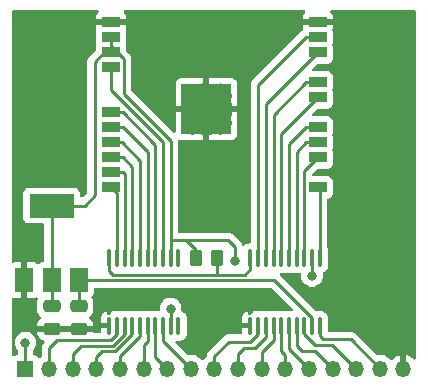
<source format=gbr>
%TF.GenerationSoftware,KiCad,Pcbnew,(6.0.8)*%
%TF.CreationDate,2023-05-25T13:10:06+01:00*%
%TF.ProjectId,BlueRetro_Universal_HW1,426c7565-5265-4747-926f-5f556e697665,rev?*%
%TF.SameCoordinates,Original*%
%TF.FileFunction,Copper,L1,Top*%
%TF.FilePolarity,Positive*%
%FSLAX46Y46*%
G04 Gerber Fmt 4.6, Leading zero omitted, Abs format (unit mm)*
G04 Created by KiCad (PCBNEW (6.0.8)) date 2023-05-25 13:10:06*
%MOMM*%
%LPD*%
G01*
G04 APERTURE LIST*
G04 Aperture macros list*
%AMRoundRect*
0 Rectangle with rounded corners*
0 $1 Rounding radius*
0 $2 $3 $4 $5 $6 $7 $8 $9 X,Y pos of 4 corners*
0 Add a 4 corners polygon primitive as box body*
4,1,4,$2,$3,$4,$5,$6,$7,$8,$9,$2,$3,0*
0 Add four circle primitives for the rounded corners*
1,1,$1+$1,$2,$3*
1,1,$1+$1,$4,$5*
1,1,$1+$1,$6,$7*
1,1,$1+$1,$8,$9*
0 Add four rect primitives between the rounded corners*
20,1,$1+$1,$2,$3,$4,$5,0*
20,1,$1+$1,$4,$5,$6,$7,0*
20,1,$1+$1,$6,$7,$8,$9,0*
20,1,$1+$1,$8,$9,$2,$3,0*%
G04 Aperture macros list end*
%TA.AperFunction,SMDPad,CuDef*%
%ADD10RoundRect,0.100000X-0.100000X0.637500X-0.100000X-0.637500X0.100000X-0.637500X0.100000X0.637500X0*%
%TD*%
%TA.AperFunction,SMDPad,CuDef*%
%ADD11RoundRect,0.250000X-0.262500X-0.450000X0.262500X-0.450000X0.262500X0.450000X-0.262500X0.450000X0*%
%TD*%
%TA.AperFunction,SMDPad,CuDef*%
%ADD12RoundRect,0.250000X-0.475000X0.250000X-0.475000X-0.250000X0.475000X-0.250000X0.475000X0.250000X0*%
%TD*%
%TA.AperFunction,SMDPad,CuDef*%
%ADD13R,1.350000X1.350000*%
%TD*%
%TA.AperFunction,SMDPad,CuDef*%
%ADD14O,1.350000X1.350000*%
%TD*%
%TA.AperFunction,SMDPad,CuDef*%
%ADD15R,1.500000X0.900000*%
%TD*%
%TA.AperFunction,ComponentPad*%
%ADD16C,0.475000*%
%TD*%
%TA.AperFunction,SMDPad,CuDef*%
%ADD17R,1.050000X1.050000*%
%TD*%
%TA.AperFunction,SMDPad,CuDef*%
%ADD18R,4.200000X4.200000*%
%TD*%
%TA.AperFunction,SMDPad,CuDef*%
%ADD19R,1.500000X2.000000*%
%TD*%
%TA.AperFunction,SMDPad,CuDef*%
%ADD20R,3.800000X2.000000*%
%TD*%
%TA.AperFunction,ViaPad*%
%ADD21C,0.800000*%
%TD*%
%TA.AperFunction,Conductor*%
%ADD22C,0.250000*%
%TD*%
G04 APERTURE END LIST*
D10*
%TO.P,U3,1,A1*%
%TO.N,unconnected-(U3-Pad1)*%
X145768600Y-60002500D03*
%TO.P,U3,2,VCCA*%
%TO.N,+3V3*%
X145118600Y-60002500D03*
%TO.P,U3,3,A2*%
%TO.N,IO36*%
X144468600Y-60002500D03*
%TO.P,U3,4,A3*%
%TO.N,IO35*%
X143818600Y-60002500D03*
%TO.P,U3,5,A4*%
%TO.N,IO32*%
X143168600Y-60002500D03*
%TO.P,U3,6,A5*%
%TO.N,IO33*%
X142518600Y-60002500D03*
%TO.P,U3,7,A6*%
%TO.N,IO25*%
X141868600Y-60002500D03*
%TO.P,U3,8,A7*%
%TO.N,IO26*%
X141218600Y-60002500D03*
%TO.P,U3,9,A8*%
%TO.N,IO27*%
X140568600Y-60002500D03*
%TO.P,U3,10,OE*%
%TO.N,OE*%
X139918600Y-60002500D03*
%TO.P,U3,11,GND*%
%TO.N,GND*%
X139918600Y-65727500D03*
%TO.P,U3,12,B8*%
%TO.N,IO27_BUF*%
X140568600Y-65727500D03*
%TO.P,U3,13,B7*%
%TO.N,IO26_BUF*%
X141218600Y-65727500D03*
%TO.P,U3,14,B6*%
%TO.N,IO25_BUF*%
X141868600Y-65727500D03*
%TO.P,U3,15,B5*%
%TO.N,IO33_BUF*%
X142518600Y-65727500D03*
%TO.P,U3,16,B4*%
%TO.N,IO32_BUF*%
X143168600Y-65727500D03*
%TO.P,U3,17,B3*%
%TO.N,IO35_BUF*%
X143818600Y-65727500D03*
%TO.P,U3,18,B2*%
%TO.N,IO36_BUF*%
X144468600Y-65727500D03*
%TO.P,U3,19,VCCB*%
%TO.N,+5V*%
X145118600Y-65727500D03*
%TO.P,U3,20,B1*%
%TO.N,unconnected-(U3-Pad20)*%
X145768600Y-65727500D03*
%TD*%
D11*
%TO.P,R1,1*%
%TO.N,+3V3*%
X147220300Y-59965000D03*
%TO.P,R1,2*%
%TO.N,OE*%
X149045300Y-59965000D03*
%TD*%
D12*
%TO.P,C2,1*%
%TO.N,+3V3*%
X135026400Y-64065000D03*
%TO.P,C2,2*%
%TO.N,GND*%
X135026400Y-65965000D03*
%TD*%
D13*
%TO.P,J1,1,Pin_1*%
%TO.N,+5V*%
X132818600Y-69367400D03*
D14*
%TO.P,J1,2,Pin_2*%
%TO.N,IO27_BUF*%
X134818600Y-69367400D03*
%TO.P,J1,3,Pin_3*%
%TO.N,IO26_BUF*%
X136818600Y-69367400D03*
%TO.P,J1,4,Pin_4*%
%TO.N,IO25_BUF*%
X138818600Y-69367400D03*
%TO.P,J1,5,Pin_5*%
%TO.N,IO33_BUF*%
X140818600Y-69367400D03*
%TO.P,J1,6,Pin_6*%
%TO.N,IO32_BUF*%
X142818600Y-69367400D03*
%TO.P,J1,7,Pin_7*%
%TO.N,IO35_BUF*%
X144818600Y-69367400D03*
%TO.P,J1,8,Pin_8*%
%TO.N,IO36_BUF*%
X146818600Y-69367400D03*
%TO.P,J1,9,Pin_9*%
%TO.N,IO23_BUF*%
X148818600Y-69367400D03*
%TO.P,J1,10,Pin_10*%
%TO.N,IO22_BUF*%
X150818600Y-69367400D03*
%TO.P,J1,11,Pin_11*%
%TO.N,IO3_BUF*%
X152818600Y-69367400D03*
%TO.P,J1,12,Pin_12*%
%TO.N,IO21_BUF*%
X154818600Y-69367400D03*
%TO.P,J1,13,Pin_13*%
%TO.N,IO19_BUF*%
X156818600Y-69367400D03*
%TO.P,J1,14,Pin_14*%
%TO.N,IO18_BUF*%
X158818600Y-69367400D03*
%TO.P,J1,15,Pin_15*%
%TO.N,IO5_BUF*%
X160818600Y-69367400D03*
%TO.P,J1,16,Pin_16*%
%TO.N,IO16_BUF*%
X162818600Y-69367400D03*
%TO.P,J1,17,Pin_17*%
%TO.N,GND*%
X164818600Y-69367400D03*
%TD*%
D15*
%TO.P,U2,1,GND*%
%TO.N,GND*%
X140068600Y-40035400D03*
%TO.P,U2,2,VDD*%
%TO.N,+3V3*%
X140068600Y-41305400D03*
%TO.P,U2,3,EN*%
X140068600Y-42575400D03*
%TO.P,U2,4,SENSOR_VP*%
%TO.N,IO36*%
X140068600Y-43845400D03*
%TO.P,U2,7,IO35*%
%TO.N,IO35*%
X140068600Y-47655400D03*
%TO.P,U2,8,IO32*%
%TO.N,IO32*%
X140068600Y-48925400D03*
%TO.P,U2,9,IO33*%
%TO.N,IO33*%
X140068600Y-50195400D03*
%TO.P,U2,10,IO25*%
%TO.N,IO25*%
X140068600Y-51465400D03*
%TO.P,U2,11,IO26*%
%TO.N,IO26*%
X140068600Y-52735400D03*
%TO.P,U2,12,IO27*%
%TO.N,IO27*%
X140068600Y-54005400D03*
%TO.P,U2,27,IO16*%
%TO.N,IO16*%
X157568600Y-54005400D03*
%TO.P,U2,29,IO5*%
%TO.N,IO5*%
X157568600Y-51465400D03*
%TO.P,U2,30,IO18*%
%TO.N,IO18*%
X157568600Y-50195400D03*
%TO.P,U2,31,IO19*%
%TO.N,IO19*%
X157568600Y-48925400D03*
%TO.P,U2,33,IO21*%
%TO.N,IO21*%
X157568600Y-46385400D03*
%TO.P,U2,34,RXD0/IO3*%
%TO.N,IO3*%
X157568600Y-45115400D03*
%TO.P,U2,36,IO22*%
%TO.N,IO22*%
X157568600Y-42575400D03*
%TO.P,U2,37,IO23*%
%TO.N,IO23*%
X157568600Y-41305400D03*
%TO.P,U2,38,GND*%
%TO.N,GND*%
X157568600Y-40035400D03*
D16*
%TO.P,U2,39,GND*%
X148901100Y-47375400D03*
X148138600Y-46612900D03*
X148138600Y-48137900D03*
D17*
X149663600Y-48900400D03*
D16*
X149663600Y-46612900D03*
D17*
X146613600Y-48900400D03*
D16*
X148901100Y-48900400D03*
X147376100Y-47375400D03*
X147376100Y-48900400D03*
D17*
X146613600Y-45850400D03*
X146613600Y-47375400D03*
X149663600Y-47375400D03*
D18*
X148138600Y-47375400D03*
D17*
X148138600Y-47375400D03*
X149663600Y-45850400D03*
D16*
X148901100Y-45850400D03*
D17*
X148138600Y-45850400D03*
D16*
X146613600Y-48137900D03*
X147376100Y-45850400D03*
D17*
X148138600Y-48900400D03*
D16*
X149663600Y-48137900D03*
X146613600Y-46612900D03*
%TD*%
D10*
%TO.P,U4,1,A1*%
%TO.N,IO16*%
X157718600Y-60002500D03*
%TO.P,U4,2,VCCA*%
%TO.N,+3V3*%
X157068600Y-60002500D03*
%TO.P,U4,3,A2*%
%TO.N,IO5*%
X156418600Y-60002500D03*
%TO.P,U4,4,A3*%
%TO.N,IO18*%
X155768600Y-60002500D03*
%TO.P,U4,5,A4*%
%TO.N,IO19*%
X155118600Y-60002500D03*
%TO.P,U4,6,A5*%
%TO.N,IO21*%
X154468600Y-60002500D03*
%TO.P,U4,7,A6*%
%TO.N,IO3*%
X153818600Y-60002500D03*
%TO.P,U4,8,A7*%
%TO.N,IO22*%
X153168600Y-60002500D03*
%TO.P,U4,9,A8*%
%TO.N,IO23*%
X152518600Y-60002500D03*
%TO.P,U4,10,OE*%
%TO.N,OE*%
X151868600Y-60002500D03*
%TO.P,U4,11,GND*%
%TO.N,GND*%
X151868600Y-65727500D03*
%TO.P,U4,12,B8*%
%TO.N,IO23_BUF*%
X152518600Y-65727500D03*
%TO.P,U4,13,B7*%
%TO.N,IO22_BUF*%
X153168600Y-65727500D03*
%TO.P,U4,14,B6*%
%TO.N,IO3_BUF*%
X153818600Y-65727500D03*
%TO.P,U4,15,B5*%
%TO.N,IO21_BUF*%
X154468600Y-65727500D03*
%TO.P,U4,16,B4*%
%TO.N,IO19_BUF*%
X155118600Y-65727500D03*
%TO.P,U4,17,B3*%
%TO.N,IO18_BUF*%
X155768600Y-65727500D03*
%TO.P,U4,18,B2*%
%TO.N,IO5_BUF*%
X156418600Y-65727500D03*
%TO.P,U4,19,VCCB*%
%TO.N,+5V*%
X157068600Y-65727500D03*
%TO.P,U4,20,B1*%
%TO.N,IO16_BUF*%
X157718600Y-65727500D03*
%TD*%
D12*
%TO.P,C1,1*%
%TO.N,+5V*%
X137326400Y-64065000D03*
%TO.P,C1,2*%
%TO.N,GND*%
X137326400Y-65965000D03*
%TD*%
D19*
%TO.P,U1,1,GND*%
%TO.N,GND*%
X132726400Y-61849400D03*
D20*
%TO.P,U1,2,VO*%
%TO.N,+3V3*%
X135026400Y-55549400D03*
D19*
X135026400Y-61849400D03*
%TO.P,U1,3,VI*%
%TO.N,+5V*%
X137326400Y-61849400D03*
%TD*%
D21*
%TO.N,+5V*%
X137326400Y-61849400D03*
X145110200Y-64262000D03*
X132816600Y-67157600D03*
%TO.N,+3V3*%
X150545800Y-60223400D03*
X157073600Y-61518800D03*
%TD*%
D22*
%TO.N,+5V*%
X153879041Y-61849400D02*
X137326400Y-61849400D01*
X132816600Y-67157600D02*
X132818600Y-67159600D01*
X145118600Y-65727500D02*
X145118600Y-64270400D01*
X157068600Y-65038959D02*
X153879041Y-61849400D01*
X132818600Y-67159600D02*
X132818600Y-69367400D01*
X157068600Y-65727500D02*
X157068600Y-65038959D01*
X137326400Y-61849400D02*
X137326400Y-64065000D01*
X145118600Y-64270400D02*
X145110200Y-64262000D01*
%TO.N,+3V3*%
X147220300Y-59965000D02*
X147220300Y-59279200D01*
X146428900Y-58487800D02*
X150004000Y-58487800D01*
X140068600Y-41947800D02*
X140068600Y-42575400D01*
X140068600Y-41305400D02*
X140068600Y-41947800D01*
X145118600Y-50071800D02*
X141143600Y-46096800D01*
X157073600Y-60007500D02*
X157068600Y-60002500D01*
X145118600Y-60002500D02*
X145118600Y-58487800D01*
X150004000Y-58487800D02*
X150545800Y-59029600D01*
X145118600Y-58487800D02*
X145118600Y-50071800D01*
X145118600Y-58487800D02*
X146428900Y-58487800D01*
X135026400Y-61849400D02*
X135026400Y-64065000D01*
X157073600Y-61518800D02*
X157073600Y-60007500D01*
X141143600Y-43150400D02*
X140068600Y-42075400D01*
X150545800Y-59029600D02*
X150545800Y-60223400D01*
X135026400Y-55549400D02*
X135026400Y-61849400D01*
X139488600Y-42575400D02*
X138684000Y-43380000D01*
X140068600Y-42575400D02*
X139488600Y-42575400D01*
X141143600Y-46096800D02*
X141143600Y-43150400D01*
X137820800Y-55549400D02*
X135026400Y-55549400D01*
X147220300Y-59279200D02*
X146428900Y-58487800D01*
X138684000Y-43380000D02*
X138684000Y-54686200D01*
X138684000Y-54686200D02*
X137820800Y-55549400D01*
%TO.N,IO36*%
X144468600Y-50133000D02*
X140068600Y-45733000D01*
X144468600Y-60002500D02*
X144468600Y-50133000D01*
X140068600Y-45733000D02*
X140068600Y-43845400D01*
%TO.N,IO35*%
X143818600Y-50397400D02*
X141076600Y-47655400D01*
X141076600Y-47655400D02*
X140068600Y-47655400D01*
X143818600Y-60002500D02*
X143818600Y-50397400D01*
%TO.N,IO32*%
X143168600Y-51042800D02*
X141046200Y-48920400D01*
X140073600Y-48920400D02*
X140068600Y-48925400D01*
X141046200Y-48920400D02*
X140073600Y-48920400D01*
X143168600Y-60002500D02*
X143168600Y-51042800D01*
%TO.N,IO33*%
X140975000Y-50195400D02*
X142518600Y-51739000D01*
X142518600Y-51739000D02*
X142518600Y-60002500D01*
X140068600Y-50195400D02*
X140975000Y-50195400D01*
%TO.N,IO25*%
X140068600Y-51465400D02*
X141068600Y-51465400D01*
X141068600Y-51465400D02*
X141868600Y-52265400D01*
X141868600Y-52265400D02*
X141868600Y-60002500D01*
%TO.N,IO26*%
X140068600Y-52735400D02*
X141068600Y-52735400D01*
X141068600Y-52735400D02*
X141218600Y-52885400D01*
X141218600Y-52885400D02*
X141218600Y-60002500D01*
%TO.N,IO27*%
X140568600Y-54505400D02*
X140568600Y-60002500D01*
X140068600Y-54005400D02*
X140568600Y-54505400D01*
%TO.N,IO16*%
X157718600Y-54155400D02*
X157718600Y-60002500D01*
X157568600Y-54005400D02*
X157718600Y-54155400D01*
%TO.N,IO5*%
X156418600Y-52615400D02*
X156418600Y-60002500D01*
X156418600Y-52615400D02*
X157568600Y-51465400D01*
%TO.N,IO18*%
X155768600Y-50995400D02*
X155768600Y-60002500D01*
X157568600Y-50195400D02*
X156568600Y-50195400D01*
X156568600Y-50195400D02*
X155768600Y-50995400D01*
%TO.N,IO19*%
X156568600Y-48925400D02*
X155118600Y-50375400D01*
X155118600Y-50375400D02*
X155118600Y-60002500D01*
X157568600Y-48925400D02*
X156568600Y-48925400D01*
%TO.N,IO21*%
X154468600Y-49485400D02*
X157568600Y-46385400D01*
X154468600Y-49485400D02*
X154468600Y-60002500D01*
%TO.N,IO3*%
X157568600Y-45115400D02*
X156568600Y-45115400D01*
X153818600Y-47865400D02*
X153818600Y-60002500D01*
X156568600Y-45115400D02*
X153818600Y-47865400D01*
%TO.N,IO22*%
X153168600Y-60002500D02*
X153168600Y-46975400D01*
X153168600Y-46975400D02*
X157568600Y-42575400D01*
%TO.N,IO23*%
X156568600Y-41305400D02*
X152518600Y-45355400D01*
X157568600Y-41305400D02*
X156568600Y-41305400D01*
X152518600Y-45355400D02*
X152518600Y-60002500D01*
%TO.N,OE*%
X149731100Y-61389900D02*
X149733000Y-61391800D01*
X139918600Y-60691041D02*
X139928600Y-60701041D01*
X139928600Y-61112400D02*
X140208000Y-61391800D01*
X151868600Y-60958000D02*
X151868600Y-60002500D01*
X149045300Y-59965000D02*
X149045300Y-61368300D01*
X139928600Y-60701041D02*
X139928600Y-61112400D01*
X151434800Y-61391800D02*
X151868600Y-60958000D01*
X140208000Y-61391800D02*
X149021800Y-61391800D01*
X149045300Y-61368300D02*
X149021800Y-61391800D01*
X139918600Y-60002500D02*
X139918600Y-60691041D01*
X149733000Y-61391800D02*
X151434800Y-61391800D01*
X149021800Y-61391800D02*
X149733000Y-61391800D01*
%TO.N,IO36_BUF*%
X144468600Y-65727500D02*
X144468600Y-67017400D01*
X144468600Y-67017400D02*
X146818600Y-69367400D01*
%TO.N,IO35_BUF*%
X143818600Y-65727500D02*
X143818600Y-67839600D01*
X143814800Y-67843400D02*
X143814800Y-68363600D01*
X143818600Y-67839600D02*
X143814800Y-67843400D01*
X143814800Y-65731300D02*
X143818600Y-65727500D01*
X143814800Y-68363600D02*
X144818600Y-69367400D01*
%TO.N,IO32_BUF*%
X142818600Y-67366400D02*
X142818600Y-69367400D01*
X143168600Y-67016400D02*
X142818600Y-67366400D01*
X143168600Y-65727500D02*
X143168600Y-67016400D01*
%TO.N,IO33_BUF*%
X142518600Y-65727500D02*
X142518600Y-66548800D01*
X142519400Y-65728300D02*
X142518600Y-65727500D01*
X140818600Y-68248800D02*
X140818600Y-69367400D01*
X142518600Y-66548800D02*
X140818600Y-68248800D01*
%TO.N,IO25_BUF*%
X138818600Y-68343800D02*
X138818600Y-69367400D01*
X139268200Y-67894200D02*
X138818600Y-68343800D01*
X141868600Y-65727500D02*
X141868600Y-66416041D01*
X141868600Y-66416041D02*
X140390441Y-67894200D01*
X140390441Y-67894200D02*
X139268200Y-67894200D01*
%TO.N,IO26_BUF*%
X136818600Y-68126800D02*
X136818600Y-69367400D01*
X137541000Y-67404400D02*
X136818600Y-68126800D01*
X140230241Y-67404400D02*
X137541000Y-67404400D01*
X141218600Y-66416041D02*
X140230241Y-67404400D01*
X141218600Y-65727500D02*
X141218600Y-66416041D01*
%TO.N,IO27_BUF*%
X140030241Y-66954400D02*
X135509000Y-66954400D01*
X140568600Y-66416041D02*
X140030241Y-66954400D01*
X135509000Y-66954400D02*
X134818600Y-67644800D01*
X140568600Y-65727500D02*
X140568600Y-66416041D01*
X134818600Y-67644800D02*
X134818600Y-69367400D01*
%TO.N,IO23_BUF*%
X152518600Y-66416041D02*
X151853241Y-67081400D01*
X148818600Y-68300600D02*
X148818600Y-69367400D01*
X151853241Y-67081400D02*
X150037800Y-67081400D01*
X150037800Y-67081400D02*
X148818600Y-68300600D01*
X152518600Y-65727500D02*
X152518600Y-66416041D01*
%TO.N,IO22_BUF*%
X151333200Y-67614800D02*
X152222200Y-67614800D01*
X153168600Y-66668400D02*
X153168600Y-65727500D01*
X150818600Y-68129400D02*
X151333200Y-67614800D01*
X153187400Y-65746300D02*
X153168600Y-65727500D01*
X152222200Y-67614800D02*
X153168600Y-66668400D01*
X150818600Y-69367400D02*
X150818600Y-68129400D01*
%TO.N,IO3_BUF*%
X152818600Y-67932800D02*
X153818600Y-66932800D01*
X153822400Y-65731300D02*
X153818600Y-65727500D01*
X153818600Y-66932800D02*
X153818600Y-65727500D01*
X152818600Y-69367400D02*
X152818600Y-67932800D01*
%TO.N,IO21_BUF*%
X154457400Y-67868800D02*
X154457400Y-65738700D01*
X154818600Y-68230000D02*
X154457400Y-67868800D01*
X154818600Y-69367400D02*
X154818600Y-68230000D01*
X154457400Y-65738700D02*
X154468600Y-65727500D01*
%TO.N,IO19_BUF*%
X155118600Y-67667400D02*
X155118600Y-65727500D01*
X156818600Y-69367400D02*
X155118600Y-67667400D01*
X155117800Y-65728300D02*
X155118600Y-65727500D01*
%TO.N,IO18_BUF*%
X158818600Y-69367400D02*
X157294600Y-67843400D01*
X157294600Y-67843400D02*
X156210000Y-67843400D01*
X155768600Y-67402000D02*
X155768600Y-65727500D01*
X156210000Y-67843400D02*
X155768600Y-67402000D01*
%TO.N,IO5_BUF*%
X156418600Y-66416041D02*
X157337959Y-67335400D01*
X156418600Y-65727500D02*
X156418600Y-66416041D01*
X158786600Y-67335400D02*
X160818600Y-69367400D01*
X157337959Y-67335400D02*
X158786600Y-67335400D01*
%TO.N,IO16_BUF*%
X160336600Y-66885400D02*
X162818600Y-69367400D01*
X157718600Y-66608800D02*
X157995200Y-66885400D01*
X157718600Y-65727500D02*
X157718600Y-66608800D01*
X157995200Y-66885400D02*
X160336600Y-66885400D01*
%TD*%
%TA.AperFunction,Conductor*%
%TO.N,GND*%
G36*
X138956485Y-39009502D02*
G01*
X139002978Y-39063158D01*
X139013082Y-39133432D01*
X138983588Y-39198012D01*
X138963927Y-39216328D01*
X138962873Y-39217118D01*
X138950315Y-39229676D01*
X138873814Y-39331751D01*
X138865276Y-39347346D01*
X138820122Y-39467794D01*
X138816495Y-39483049D01*
X138810969Y-39533914D01*
X138810600Y-39540728D01*
X138810600Y-39763285D01*
X138815075Y-39778524D01*
X138816465Y-39779729D01*
X138824148Y-39781400D01*
X141308484Y-39781400D01*
X141323723Y-39776925D01*
X141324928Y-39775535D01*
X141326599Y-39767852D01*
X141326599Y-39540731D01*
X141326229Y-39533910D01*
X141320705Y-39483048D01*
X141317079Y-39467796D01*
X141271924Y-39347346D01*
X141263386Y-39331751D01*
X141186885Y-39229676D01*
X141174327Y-39217118D01*
X141173273Y-39216328D01*
X141172490Y-39215281D01*
X141167974Y-39210765D01*
X141168626Y-39210113D01*
X141130757Y-39159470D01*
X141125730Y-39088651D01*
X141159788Y-39026357D01*
X141222118Y-38992365D01*
X141248836Y-38989500D01*
X156388364Y-38989500D01*
X156456485Y-39009502D01*
X156502978Y-39063158D01*
X156513082Y-39133432D01*
X156483588Y-39198012D01*
X156463927Y-39216328D01*
X156462873Y-39217118D01*
X156450315Y-39229676D01*
X156373814Y-39331751D01*
X156365276Y-39347346D01*
X156320122Y-39467794D01*
X156316495Y-39483049D01*
X156310969Y-39533914D01*
X156310600Y-39540728D01*
X156310600Y-39763285D01*
X156315075Y-39778524D01*
X156316465Y-39779729D01*
X156324148Y-39781400D01*
X158808484Y-39781400D01*
X158823723Y-39776925D01*
X158824928Y-39775535D01*
X158826599Y-39767852D01*
X158826599Y-39540731D01*
X158826229Y-39533910D01*
X158820705Y-39483048D01*
X158817079Y-39467796D01*
X158771924Y-39347346D01*
X158763386Y-39331751D01*
X158686885Y-39229676D01*
X158674327Y-39217118D01*
X158673273Y-39216328D01*
X158672490Y-39215281D01*
X158667974Y-39210765D01*
X158668626Y-39210113D01*
X158630757Y-39159470D01*
X158625730Y-39088651D01*
X158659788Y-39026357D01*
X158722118Y-38992365D01*
X158748836Y-38989500D01*
X165760900Y-38989500D01*
X165829021Y-39009502D01*
X165875514Y-39063158D01*
X165886900Y-39115500D01*
X165886900Y-68455742D01*
X165866898Y-68523863D01*
X165813242Y-68570356D01*
X165742968Y-68580460D01*
X165675371Y-68548267D01*
X165546090Y-68428761D01*
X165536965Y-68421760D01*
X165362855Y-68311905D01*
X165352608Y-68306684D01*
X165161393Y-68230397D01*
X165150367Y-68227130D01*
X165090370Y-68215197D01*
X165077494Y-68216349D01*
X165072600Y-68231502D01*
X165072600Y-69495400D01*
X165052598Y-69563521D01*
X164998942Y-69610014D01*
X164946600Y-69621400D01*
X164690600Y-69621400D01*
X164622479Y-69601398D01*
X164575986Y-69547742D01*
X164564600Y-69495400D01*
X164564600Y-68228737D01*
X164560794Y-68215775D01*
X164545878Y-68213839D01*
X164516802Y-68218835D01*
X164505682Y-68221815D01*
X164312540Y-68293069D01*
X164302162Y-68298019D01*
X164125239Y-68403277D01*
X164115927Y-68410043D01*
X163961147Y-68545781D01*
X163953229Y-68554125D01*
X163918917Y-68597649D01*
X163861036Y-68638761D01*
X163790116Y-68642055D01*
X163728673Y-68606483D01*
X163719010Y-68595031D01*
X163705333Y-68576715D01*
X163705332Y-68576714D01*
X163701880Y-68572091D01*
X163692938Y-68563825D01*
X163546396Y-68428363D01*
X163546393Y-68428361D01*
X163542156Y-68424444D01*
X163358199Y-68308376D01*
X163156172Y-68227776D01*
X162942839Y-68185341D01*
X162937064Y-68185265D01*
X162937060Y-68185265D01*
X162828019Y-68183838D01*
X162725346Y-68182494D01*
X162719649Y-68183473D01*
X162719648Y-68183473D01*
X162622601Y-68200149D01*
X162552077Y-68191972D01*
X162512168Y-68165064D01*
X161694633Y-67347528D01*
X160840252Y-66493147D01*
X160832712Y-66484861D01*
X160828600Y-66478382D01*
X160820945Y-66471193D01*
X160778949Y-66431757D01*
X160776107Y-66429002D01*
X160756370Y-66409265D01*
X160753173Y-66406785D01*
X160744151Y-66399080D01*
X160711921Y-66368814D01*
X160704975Y-66364995D01*
X160704972Y-66364993D01*
X160694166Y-66359052D01*
X160677647Y-66348201D01*
X160677183Y-66347841D01*
X160661641Y-66335786D01*
X160654372Y-66332641D01*
X160654368Y-66332638D01*
X160621063Y-66318226D01*
X160610413Y-66313009D01*
X160571660Y-66291705D01*
X160552037Y-66286667D01*
X160533334Y-66280263D01*
X160522020Y-66275367D01*
X160522019Y-66275367D01*
X160514745Y-66272219D01*
X160506922Y-66270980D01*
X160506912Y-66270977D01*
X160471076Y-66265301D01*
X160459456Y-66262895D01*
X160424311Y-66253872D01*
X160424310Y-66253872D01*
X160416630Y-66251900D01*
X160396376Y-66251900D01*
X160376665Y-66250349D01*
X160364486Y-66248420D01*
X160356657Y-66247180D01*
X160348765Y-66247926D01*
X160312639Y-66251341D01*
X160300781Y-66251900D01*
X158553100Y-66251900D01*
X158484979Y-66231898D01*
X158438486Y-66178242D01*
X158427100Y-66125900D01*
X158427099Y-65054239D01*
X158427099Y-65050116D01*
X158421439Y-65007115D01*
X158412516Y-64939337D01*
X158412516Y-64939335D01*
X158411438Y-64931150D01*
X158363425Y-64815236D01*
X158353284Y-64790752D01*
X158353283Y-64790750D01*
X158350124Y-64783124D01*
X158252587Y-64656013D01*
X158246037Y-64650987D01*
X158246034Y-64650984D01*
X158189031Y-64607245D01*
X158125475Y-64558476D01*
X157995186Y-64504509D01*
X157985079Y-64500322D01*
X157977450Y-64497162D01*
X157956729Y-64494434D01*
X157862572Y-64482038D01*
X157862571Y-64482038D01*
X157858485Y-64481500D01*
X157718617Y-64481500D01*
X157578716Y-64481501D01*
X157488619Y-64493362D01*
X157418472Y-64482422D01*
X157383080Y-64457535D01*
X155892661Y-62967115D01*
X154389140Y-61463594D01*
X154355114Y-61401282D01*
X154360179Y-61330466D01*
X154402726Y-61273631D01*
X154469246Y-61248820D01*
X154478222Y-61248499D01*
X154608484Y-61248499D01*
X154612569Y-61247961D01*
X154612573Y-61247961D01*
X154719263Y-61233916D01*
X154719265Y-61233916D01*
X154727450Y-61232838D01*
X154745381Y-61225411D01*
X154815970Y-61217821D01*
X154841818Y-61225410D01*
X154845261Y-61226837D01*
X154852120Y-61229678D01*
X154852123Y-61229679D01*
X154859750Y-61232838D01*
X154867938Y-61233916D01*
X154974621Y-61247961D01*
X154978715Y-61248500D01*
X155118583Y-61248500D01*
X155258484Y-61248499D01*
X155262569Y-61247961D01*
X155262573Y-61247961D01*
X155369263Y-61233916D01*
X155369265Y-61233916D01*
X155377450Y-61232838D01*
X155395381Y-61225411D01*
X155465970Y-61217821D01*
X155491818Y-61225410D01*
X155495261Y-61226837D01*
X155502120Y-61229678D01*
X155502123Y-61229679D01*
X155509750Y-61232838D01*
X155517938Y-61233916D01*
X155624621Y-61247961D01*
X155628715Y-61248500D01*
X155768583Y-61248500D01*
X155908484Y-61248499D01*
X155912569Y-61247961D01*
X155912573Y-61247961D01*
X156027450Y-61232838D01*
X156027670Y-61234511D01*
X156088889Y-61235973D01*
X156147681Y-61275772D01*
X156175624Y-61341038D01*
X156175824Y-61369156D01*
X156160096Y-61518800D01*
X156180058Y-61708728D01*
X156239073Y-61890356D01*
X156334560Y-62055744D01*
X156462347Y-62197666D01*
X156616848Y-62309918D01*
X156622876Y-62312602D01*
X156622878Y-62312603D01*
X156785281Y-62384909D01*
X156791312Y-62387594D01*
X156884713Y-62407447D01*
X156971656Y-62425928D01*
X156971661Y-62425928D01*
X156978113Y-62427300D01*
X157169087Y-62427300D01*
X157175539Y-62425928D01*
X157175544Y-62425928D01*
X157262487Y-62407447D01*
X157355888Y-62387594D01*
X157361919Y-62384909D01*
X157524322Y-62312603D01*
X157524324Y-62312602D01*
X157530352Y-62309918D01*
X157684853Y-62197666D01*
X157812640Y-62055744D01*
X157908127Y-61890356D01*
X157967142Y-61708728D01*
X157987104Y-61518800D01*
X157967734Y-61334508D01*
X157980506Y-61264671D01*
X158029008Y-61212825D01*
X158044826Y-61204930D01*
X158049937Y-61202813D01*
X158125476Y-61171524D01*
X158252587Y-61073987D01*
X158257613Y-61067437D01*
X158257616Y-61067434D01*
X158342099Y-60957333D01*
X158350124Y-60946875D01*
X158411438Y-60798850D01*
X158427100Y-60679885D01*
X158427099Y-59325116D01*
X158411438Y-59206150D01*
X158361691Y-59086050D01*
X158352100Y-59037832D01*
X158352100Y-55073270D01*
X158372102Y-55005149D01*
X158425758Y-54958656D01*
X158433870Y-54955288D01*
X158556897Y-54909167D01*
X158565305Y-54906015D01*
X158681861Y-54818661D01*
X158769215Y-54702105D01*
X158820345Y-54565716D01*
X158827100Y-54503534D01*
X158827100Y-53507266D01*
X158820345Y-53445084D01*
X158769215Y-53308695D01*
X158681861Y-53192139D01*
X158565305Y-53104785D01*
X158428916Y-53053655D01*
X158366734Y-53046900D01*
X157187194Y-53046900D01*
X157119073Y-53026898D01*
X157072580Y-52973242D01*
X157062476Y-52902968D01*
X157091970Y-52838388D01*
X157098099Y-52831805D01*
X157469099Y-52460805D01*
X157531411Y-52426779D01*
X157558194Y-52423900D01*
X158366734Y-52423900D01*
X158428916Y-52417145D01*
X158565305Y-52366015D01*
X158681861Y-52278661D01*
X158769215Y-52162105D01*
X158820345Y-52025716D01*
X158827100Y-51963534D01*
X158827100Y-50967266D01*
X158820345Y-50905084D01*
X158808928Y-50874629D01*
X158803745Y-50803823D01*
X158808926Y-50786176D01*
X158820345Y-50755716D01*
X158827100Y-50693534D01*
X158827100Y-49697266D01*
X158820345Y-49635084D01*
X158808928Y-49604629D01*
X158803745Y-49533823D01*
X158808926Y-49516176D01*
X158820345Y-49485716D01*
X158827100Y-49423534D01*
X158827100Y-48427266D01*
X158820345Y-48365084D01*
X158769215Y-48228695D01*
X158681861Y-48112139D01*
X158565305Y-48024785D01*
X158428916Y-47973655D01*
X158366734Y-47966900D01*
X157187195Y-47966900D01*
X157119074Y-47946898D01*
X157072581Y-47893242D01*
X157062477Y-47822968D01*
X157091971Y-47758388D01*
X157098100Y-47751805D01*
X157469100Y-47380805D01*
X157531412Y-47346779D01*
X157558195Y-47343900D01*
X158366734Y-47343900D01*
X158428916Y-47337145D01*
X158565305Y-47286015D01*
X158681861Y-47198661D01*
X158769215Y-47082105D01*
X158820345Y-46945716D01*
X158827100Y-46883534D01*
X158827100Y-45887266D01*
X158820345Y-45825084D01*
X158808928Y-45794629D01*
X158803745Y-45723823D01*
X158808926Y-45706176D01*
X158820345Y-45675716D01*
X158827100Y-45613534D01*
X158827100Y-44617266D01*
X158820345Y-44555084D01*
X158769215Y-44418695D01*
X158681861Y-44302139D01*
X158565305Y-44214785D01*
X158428916Y-44163655D01*
X158366734Y-44156900D01*
X157187194Y-44156900D01*
X157119073Y-44136898D01*
X157072580Y-44083242D01*
X157062476Y-44012968D01*
X157091970Y-43948388D01*
X157098099Y-43941805D01*
X157469099Y-43570805D01*
X157531411Y-43536779D01*
X157558194Y-43533900D01*
X158366734Y-43533900D01*
X158428916Y-43527145D01*
X158565305Y-43476015D01*
X158681861Y-43388661D01*
X158769215Y-43272105D01*
X158820345Y-43135716D01*
X158827100Y-43073534D01*
X158827100Y-42077266D01*
X158820345Y-42015084D01*
X158808928Y-41984629D01*
X158803745Y-41913823D01*
X158808926Y-41896176D01*
X158820345Y-41865716D01*
X158827100Y-41803534D01*
X158827100Y-40807266D01*
X158820345Y-40745084D01*
X158808661Y-40713917D01*
X158803478Y-40643112D01*
X158808661Y-40625457D01*
X158817079Y-40603002D01*
X158820705Y-40587751D01*
X158826231Y-40536886D01*
X158826600Y-40530072D01*
X158826600Y-40307515D01*
X158822125Y-40292276D01*
X158820735Y-40291071D01*
X158813052Y-40289400D01*
X156328716Y-40289400D01*
X156313477Y-40293875D01*
X156312272Y-40295265D01*
X156310601Y-40302948D01*
X156310601Y-40530069D01*
X156310971Y-40536890D01*
X156316494Y-40587749D01*
X156321368Y-40608249D01*
X156317663Y-40679149D01*
X156276215Y-40736791D01*
X156264682Y-40744384D01*
X156260983Y-40745848D01*
X156254574Y-40750504D01*
X156254571Y-40750506D01*
X156225213Y-40771836D01*
X156215293Y-40778352D01*
X156184065Y-40796820D01*
X156184062Y-40796822D01*
X156177238Y-40800858D01*
X156162917Y-40815179D01*
X156147884Y-40828019D01*
X156131493Y-40839928D01*
X156126442Y-40846034D01*
X156103302Y-40874005D01*
X156095312Y-40882784D01*
X152126347Y-44851748D01*
X152118061Y-44859288D01*
X152111582Y-44863400D01*
X152106157Y-44869177D01*
X152064957Y-44913051D01*
X152062202Y-44915893D01*
X152042465Y-44935630D01*
X152039985Y-44938827D01*
X152032282Y-44947847D01*
X152002014Y-44980079D01*
X151998195Y-44987025D01*
X151998193Y-44987028D01*
X151992252Y-44997834D01*
X151981401Y-45014353D01*
X151968986Y-45030359D01*
X151965841Y-45037628D01*
X151965838Y-45037632D01*
X151951426Y-45070937D01*
X151946209Y-45081587D01*
X151924905Y-45120340D01*
X151922934Y-45128015D01*
X151922934Y-45128016D01*
X151919867Y-45139962D01*
X151913463Y-45158666D01*
X151905419Y-45177255D01*
X151904180Y-45185078D01*
X151904177Y-45185088D01*
X151898501Y-45220924D01*
X151896095Y-45232544D01*
X151893938Y-45240946D01*
X151885100Y-45275370D01*
X151885100Y-45295624D01*
X151883549Y-45315334D01*
X151880380Y-45335343D01*
X151881126Y-45343235D01*
X151884541Y-45379361D01*
X151885100Y-45391219D01*
X151885100Y-58630501D01*
X151865098Y-58698622D01*
X151811442Y-58745115D01*
X151759101Y-58756501D01*
X151728716Y-58756501D01*
X151724631Y-58757039D01*
X151724627Y-58757039D01*
X151617937Y-58771084D01*
X151617935Y-58771084D01*
X151609750Y-58772162D01*
X151535737Y-58802819D01*
X151469352Y-58830316D01*
X151469350Y-58830317D01*
X151461724Y-58833476D01*
X151354663Y-58915628D01*
X151288445Y-58941228D01*
X151218896Y-58926964D01*
X151168099Y-58877363D01*
X151160808Y-58862048D01*
X151147998Y-58829693D01*
X151144154Y-58818465D01*
X151134030Y-58783622D01*
X151131818Y-58776007D01*
X151121507Y-58758572D01*
X151112812Y-58740824D01*
X151105352Y-58721983D01*
X151079364Y-58686213D01*
X151072848Y-58676293D01*
X151054380Y-58645065D01*
X151054378Y-58645062D01*
X151050342Y-58638238D01*
X151036021Y-58623917D01*
X151023180Y-58608883D01*
X151015932Y-58598907D01*
X151011272Y-58592493D01*
X150977207Y-58564312D01*
X150968426Y-58556322D01*
X150507647Y-58095542D01*
X150500113Y-58087263D01*
X150496000Y-58080782D01*
X150446348Y-58034156D01*
X150443507Y-58031402D01*
X150423770Y-58011665D01*
X150420573Y-58009185D01*
X150411551Y-58001480D01*
X150385100Y-57976641D01*
X150379321Y-57971214D01*
X150372375Y-57967395D01*
X150372372Y-57967393D01*
X150361566Y-57961452D01*
X150345047Y-57950601D01*
X150344583Y-57950241D01*
X150329041Y-57938186D01*
X150321772Y-57935041D01*
X150321768Y-57935038D01*
X150288463Y-57920626D01*
X150277813Y-57915409D01*
X150239060Y-57894105D01*
X150219437Y-57889067D01*
X150200734Y-57882663D01*
X150189420Y-57877767D01*
X150189419Y-57877767D01*
X150182145Y-57874619D01*
X150174322Y-57873380D01*
X150174312Y-57873377D01*
X150138476Y-57867701D01*
X150126856Y-57865295D01*
X150091711Y-57856272D01*
X150091710Y-57856272D01*
X150084030Y-57854300D01*
X150063776Y-57854300D01*
X150044065Y-57852749D01*
X150031886Y-57850820D01*
X150024057Y-57849580D01*
X150016165Y-57850326D01*
X149980039Y-57853741D01*
X149968181Y-57854300D01*
X146488676Y-57854300D01*
X146468965Y-57852749D01*
X146456786Y-57850820D01*
X146448957Y-57849580D01*
X146441065Y-57850326D01*
X146404939Y-57853741D01*
X146393081Y-57854300D01*
X145878100Y-57854300D01*
X145809979Y-57834298D01*
X145763486Y-57780642D01*
X145752100Y-57728300D01*
X145752100Y-50150567D01*
X145752627Y-50139384D01*
X145754302Y-50131891D01*
X145753196Y-50096707D01*
X145771048Y-50027992D01*
X145823216Y-49979837D01*
X145893138Y-49967530D01*
X145913240Y-49972343D01*
X145913309Y-49972051D01*
X145936249Y-49977505D01*
X145987114Y-49983031D01*
X145993928Y-49983400D01*
X147866485Y-49983400D01*
X147881724Y-49978925D01*
X147882929Y-49977535D01*
X147884600Y-49969852D01*
X147884600Y-49965284D01*
X148392600Y-49965284D01*
X148397075Y-49980523D01*
X148398465Y-49981728D01*
X148406148Y-49983399D01*
X150283269Y-49983399D01*
X150290090Y-49983029D01*
X150340952Y-49977505D01*
X150356204Y-49973879D01*
X150476654Y-49928724D01*
X150492249Y-49920186D01*
X150594324Y-49843685D01*
X150606885Y-49831124D01*
X150683386Y-49729049D01*
X150691924Y-49713454D01*
X150737078Y-49593006D01*
X150740705Y-49577751D01*
X150746231Y-49526886D01*
X150746600Y-49520072D01*
X150746600Y-47647515D01*
X150742125Y-47632276D01*
X150740735Y-47631071D01*
X150733052Y-47629400D01*
X150284079Y-47629400D01*
X150273054Y-47632637D01*
X150276292Y-47639727D01*
X150297873Y-47661308D01*
X150331899Y-47723620D01*
X150326835Y-47794436D01*
X150297875Y-47839500D01*
X150012284Y-48125092D01*
X150004673Y-48139030D01*
X150004805Y-48140866D01*
X150009054Y-48147478D01*
X150297875Y-48436300D01*
X150331900Y-48498612D01*
X150326835Y-48569428D01*
X150297874Y-48614491D01*
X150219032Y-48693332D01*
X150140189Y-48772175D01*
X150077876Y-48806200D01*
X150007061Y-48801134D01*
X149961999Y-48772174D01*
X149930412Y-48740587D01*
X149920323Y-48735078D01*
X149917600Y-48742379D01*
X149917600Y-49028400D01*
X149897598Y-49096521D01*
X149843942Y-49143014D01*
X149791600Y-49154400D01*
X149509090Y-49154400D01*
X149498065Y-49157637D01*
X149501303Y-49164728D01*
X149535374Y-49198799D01*
X149569400Y-49261111D01*
X149564335Y-49331926D01*
X149535374Y-49376989D01*
X149456532Y-49455831D01*
X149377690Y-49534674D01*
X149315378Y-49568700D01*
X149244563Y-49563635D01*
X149199500Y-49534675D01*
X148913908Y-49249084D01*
X148899970Y-49241473D01*
X148898134Y-49241605D01*
X148891522Y-49245854D01*
X148602700Y-49534675D01*
X148540388Y-49568700D01*
X148469572Y-49563635D01*
X148424508Y-49534673D01*
X148405408Y-49515572D01*
X148395323Y-49510066D01*
X148392600Y-49517368D01*
X148392600Y-49965284D01*
X147884600Y-49965284D01*
X147884600Y-49520879D01*
X147881363Y-49509854D01*
X147874273Y-49513092D01*
X147852692Y-49534673D01*
X147790380Y-49568699D01*
X147719564Y-49563635D01*
X147674500Y-49534675D01*
X147388908Y-49249084D01*
X147374970Y-49241473D01*
X147373134Y-49241605D01*
X147366522Y-49245854D01*
X147077700Y-49534675D01*
X147015388Y-49568700D01*
X146944572Y-49563635D01*
X146899509Y-49534674D01*
X146820668Y-49455832D01*
X146741825Y-49376989D01*
X146707800Y-49314676D01*
X146712866Y-49243861D01*
X146741826Y-49198799D01*
X146773413Y-49167212D01*
X146778922Y-49157123D01*
X146771621Y-49154400D01*
X146485600Y-49154400D01*
X146417479Y-49134398D01*
X146370986Y-49080742D01*
X146359600Y-49028400D01*
X146359600Y-48745890D01*
X146356363Y-48734865D01*
X146349272Y-48738103D01*
X146315201Y-48772174D01*
X146252889Y-48806200D01*
X146182074Y-48801135D01*
X146137011Y-48772174D01*
X146058169Y-48693332D01*
X145979326Y-48614490D01*
X145945300Y-48552178D01*
X145950365Y-48481363D01*
X145979325Y-48436300D01*
X146264916Y-48150708D01*
X146271293Y-48139029D01*
X146954674Y-48139029D01*
X146954805Y-48140868D01*
X146959053Y-48147477D01*
X146988605Y-48177030D01*
X146988604Y-48177030D01*
X146988605Y-48177031D01*
X147363290Y-48551715D01*
X147377230Y-48559327D01*
X147379066Y-48559195D01*
X147385678Y-48554946D01*
X147763595Y-48177030D01*
X147763597Y-48177028D01*
X147789915Y-48150709D01*
X147796293Y-48139029D01*
X148479674Y-48139029D01*
X148479805Y-48140868D01*
X148484053Y-48147477D01*
X148513605Y-48177030D01*
X148513604Y-48177030D01*
X148513605Y-48177031D01*
X148888290Y-48551715D01*
X148902230Y-48559327D01*
X148904066Y-48559195D01*
X148910678Y-48554946D01*
X149288595Y-48177030D01*
X149288597Y-48177028D01*
X149314915Y-48150709D01*
X149322526Y-48136771D01*
X149322395Y-48134933D01*
X149318145Y-48128321D01*
X148940230Y-47750405D01*
X148940228Y-47750403D01*
X148913909Y-47724085D01*
X148899971Y-47716474D01*
X148898133Y-47716605D01*
X148891521Y-47720855D01*
X148513605Y-48098770D01*
X148513603Y-48098772D01*
X148487285Y-48125091D01*
X148479674Y-48139029D01*
X147796293Y-48139029D01*
X147797526Y-48136771D01*
X147797395Y-48134933D01*
X147793145Y-48128321D01*
X147415230Y-47750405D01*
X147415228Y-47750403D01*
X147388909Y-47724085D01*
X147374971Y-47716474D01*
X147373133Y-47716605D01*
X147366521Y-47720855D01*
X146988605Y-48098770D01*
X146988603Y-48098772D01*
X146962285Y-48125091D01*
X146954674Y-48139029D01*
X146271293Y-48139029D01*
X146272527Y-48136770D01*
X146272395Y-48134934D01*
X146268146Y-48128322D01*
X145979325Y-47839500D01*
X145945300Y-47777188D01*
X145950365Y-47706372D01*
X145979327Y-47661308D01*
X145998428Y-47642208D01*
X146003934Y-47632123D01*
X145996632Y-47629400D01*
X145548716Y-47629400D01*
X145533477Y-47633875D01*
X145532272Y-47635265D01*
X145530601Y-47642948D01*
X145530601Y-49283707D01*
X145510599Y-49351828D01*
X145456943Y-49398321D01*
X145386669Y-49408425D01*
X145322089Y-49378931D01*
X145315506Y-49372802D01*
X143659310Y-47716605D01*
X143045990Y-47103285D01*
X145530600Y-47103285D01*
X145535075Y-47118524D01*
X145536465Y-47119729D01*
X145544148Y-47121400D01*
X145993121Y-47121400D01*
X146004146Y-47118163D01*
X146000908Y-47111073D01*
X145979327Y-47089492D01*
X145945301Y-47027180D01*
X145950365Y-46956364D01*
X145979325Y-46911300D01*
X146264916Y-46625708D01*
X146271293Y-46614029D01*
X146954674Y-46614029D01*
X146954805Y-46615868D01*
X146959053Y-46622477D01*
X146988605Y-46652030D01*
X146988604Y-46652030D01*
X146988605Y-46652031D01*
X147363290Y-47026715D01*
X147377230Y-47034327D01*
X147379066Y-47034195D01*
X147385678Y-47029946D01*
X147763595Y-46652030D01*
X147763597Y-46652028D01*
X147789915Y-46625709D01*
X147796293Y-46614029D01*
X148479674Y-46614029D01*
X148479805Y-46615868D01*
X148484053Y-46622477D01*
X148513605Y-46652030D01*
X148513604Y-46652030D01*
X148513605Y-46652031D01*
X148888290Y-47026715D01*
X148902230Y-47034327D01*
X148904066Y-47034195D01*
X148910678Y-47029946D01*
X149288595Y-46652030D01*
X149288597Y-46652028D01*
X149314915Y-46625709D01*
X149322526Y-46611771D01*
X149322395Y-46609933D01*
X149318145Y-46603321D01*
X148940230Y-46225405D01*
X148940228Y-46225403D01*
X148913909Y-46199085D01*
X148899971Y-46191474D01*
X148898133Y-46191605D01*
X148891521Y-46195855D01*
X148513605Y-46573770D01*
X148513603Y-46573772D01*
X148487285Y-46600091D01*
X148479674Y-46614029D01*
X147796293Y-46614029D01*
X147797526Y-46611771D01*
X147797395Y-46609933D01*
X147793145Y-46603321D01*
X147415230Y-46225405D01*
X147415228Y-46225403D01*
X147388909Y-46199085D01*
X147374971Y-46191474D01*
X147373133Y-46191605D01*
X147366521Y-46195855D01*
X146988605Y-46573770D01*
X146988603Y-46573772D01*
X146962285Y-46600091D01*
X146954674Y-46614029D01*
X146271293Y-46614029D01*
X146272527Y-46611770D01*
X146272395Y-46609934D01*
X146268146Y-46603322D01*
X145979325Y-46314500D01*
X145945300Y-46252188D01*
X145950365Y-46181372D01*
X145979326Y-46136309D01*
X146058168Y-46057468D01*
X146137011Y-45978625D01*
X146199324Y-45944600D01*
X146270139Y-45949666D01*
X146315201Y-45978626D01*
X146346788Y-46010213D01*
X146356877Y-46015722D01*
X146359600Y-46008421D01*
X146359600Y-45722400D01*
X146379602Y-45654279D01*
X146433258Y-45607786D01*
X146485600Y-45596400D01*
X146768110Y-45596400D01*
X146779135Y-45593163D01*
X146775897Y-45586072D01*
X146741826Y-45552001D01*
X146707800Y-45489689D01*
X146712865Y-45418874D01*
X146741826Y-45373811D01*
X146820668Y-45294969D01*
X146899510Y-45216126D01*
X146961822Y-45182100D01*
X147032637Y-45187165D01*
X147077700Y-45216125D01*
X147363292Y-45501716D01*
X147377230Y-45509327D01*
X147379066Y-45509195D01*
X147385678Y-45504946D01*
X147674500Y-45216125D01*
X147736812Y-45182100D01*
X147807628Y-45187165D01*
X147852692Y-45216127D01*
X147871792Y-45235228D01*
X147881877Y-45240734D01*
X147884600Y-45233432D01*
X147884600Y-45229921D01*
X148392600Y-45229921D01*
X148395837Y-45240946D01*
X148402927Y-45237708D01*
X148424508Y-45216127D01*
X148486820Y-45182101D01*
X148557636Y-45187165D01*
X148602700Y-45216125D01*
X148888292Y-45501716D01*
X148902230Y-45509327D01*
X148904066Y-45509195D01*
X148910678Y-45504946D01*
X149199500Y-45216125D01*
X149261812Y-45182100D01*
X149332628Y-45187165D01*
X149377691Y-45216126D01*
X149456532Y-45294968D01*
X149535375Y-45373811D01*
X149569400Y-45436124D01*
X149564334Y-45506939D01*
X149535374Y-45552001D01*
X149503787Y-45583588D01*
X149498278Y-45593677D01*
X149505579Y-45596400D01*
X149791600Y-45596400D01*
X149859721Y-45616402D01*
X149906214Y-45670058D01*
X149917600Y-45722400D01*
X149917600Y-46004910D01*
X149920837Y-46015935D01*
X149927928Y-46012697D01*
X149961999Y-45978626D01*
X150024311Y-45944600D01*
X150095126Y-45949665D01*
X150140189Y-45978626D01*
X150219031Y-46057468D01*
X150297874Y-46136310D01*
X150331900Y-46198622D01*
X150326835Y-46269437D01*
X150297875Y-46314500D01*
X150012284Y-46600092D01*
X150004673Y-46614030D01*
X150004805Y-46615866D01*
X150009054Y-46622478D01*
X150297875Y-46911300D01*
X150331900Y-46973612D01*
X150326835Y-47044428D01*
X150297873Y-47089492D01*
X150278772Y-47108592D01*
X150273266Y-47118677D01*
X150280568Y-47121400D01*
X150728484Y-47121400D01*
X150743723Y-47116925D01*
X150744928Y-47115535D01*
X150746599Y-47107852D01*
X150746599Y-45230731D01*
X150746229Y-45223910D01*
X150740705Y-45173048D01*
X150737079Y-45157796D01*
X150691924Y-45037346D01*
X150683386Y-45021751D01*
X150606885Y-44919676D01*
X150594324Y-44907115D01*
X150492249Y-44830614D01*
X150476654Y-44822076D01*
X150356206Y-44776922D01*
X150340951Y-44773295D01*
X150290086Y-44767769D01*
X150283272Y-44767400D01*
X148410715Y-44767400D01*
X148395476Y-44771875D01*
X148394271Y-44773265D01*
X148392600Y-44780948D01*
X148392600Y-45229921D01*
X147884600Y-45229921D01*
X147884600Y-44785516D01*
X147880125Y-44770277D01*
X147878735Y-44769072D01*
X147871052Y-44767401D01*
X145993931Y-44767401D01*
X145987110Y-44767771D01*
X145936248Y-44773295D01*
X145920996Y-44776921D01*
X145800546Y-44822076D01*
X145784951Y-44830614D01*
X145682876Y-44907115D01*
X145670315Y-44919676D01*
X145593814Y-45021751D01*
X145585276Y-45037346D01*
X145540122Y-45157794D01*
X145536495Y-45173049D01*
X145530969Y-45223914D01*
X145530600Y-45230728D01*
X145530600Y-47103285D01*
X143045990Y-47103285D01*
X141814005Y-45871300D01*
X141779979Y-45808988D01*
X141777100Y-45782205D01*
X141777100Y-43229168D01*
X141777627Y-43217985D01*
X141779302Y-43210492D01*
X141777859Y-43164562D01*
X141777162Y-43142402D01*
X141777100Y-43138444D01*
X141777100Y-43110544D01*
X141776596Y-43106553D01*
X141775663Y-43094711D01*
X141774998Y-43073534D01*
X141774274Y-43050511D01*
X141770916Y-43038953D01*
X141768621Y-43031052D01*
X141764612Y-43011693D01*
X141763726Y-43004679D01*
X141762074Y-42991603D01*
X141759158Y-42984237D01*
X141759156Y-42984231D01*
X141745800Y-42950498D01*
X141741955Y-42939268D01*
X141731830Y-42904417D01*
X141731830Y-42904416D01*
X141729619Y-42896807D01*
X141719305Y-42879366D01*
X141710608Y-42861613D01*
X141706072Y-42850158D01*
X141703152Y-42842783D01*
X141677163Y-42807012D01*
X141670647Y-42797092D01*
X141652178Y-42765863D01*
X141648142Y-42759038D01*
X141633821Y-42744717D01*
X141620980Y-42729683D01*
X141613731Y-42719706D01*
X141609072Y-42713293D01*
X141574995Y-42685102D01*
X141566216Y-42677112D01*
X141364005Y-42474901D01*
X141329979Y-42412589D01*
X141327100Y-42385806D01*
X141327100Y-42077266D01*
X141320345Y-42015084D01*
X141308928Y-41984629D01*
X141303745Y-41913823D01*
X141308926Y-41896176D01*
X141320345Y-41865716D01*
X141327100Y-41803534D01*
X141327100Y-40807266D01*
X141320345Y-40745084D01*
X141308661Y-40713917D01*
X141303478Y-40643112D01*
X141308661Y-40625457D01*
X141317079Y-40603002D01*
X141320705Y-40587751D01*
X141326231Y-40536886D01*
X141326600Y-40530072D01*
X141326600Y-40307515D01*
X141322125Y-40292276D01*
X141320735Y-40291071D01*
X141313052Y-40289400D01*
X138828716Y-40289400D01*
X138813477Y-40293875D01*
X138812272Y-40295265D01*
X138810601Y-40302948D01*
X138810601Y-40530069D01*
X138810971Y-40536890D01*
X138816495Y-40587752D01*
X138820120Y-40603000D01*
X138828539Y-40625457D01*
X138833722Y-40696264D01*
X138828542Y-40713910D01*
X138816855Y-40745084D01*
X138810100Y-40807266D01*
X138810100Y-41803534D01*
X138816855Y-41865716D01*
X138828272Y-41896171D01*
X138833455Y-41966977D01*
X138828274Y-41984624D01*
X138816855Y-42015084D01*
X138810100Y-42077266D01*
X138810100Y-42305805D01*
X138790098Y-42373926D01*
X138773195Y-42394900D01*
X138291747Y-42876348D01*
X138283461Y-42883888D01*
X138276982Y-42888000D01*
X138271557Y-42893777D01*
X138230357Y-42937651D01*
X138227602Y-42940493D01*
X138207865Y-42960230D01*
X138205385Y-42963427D01*
X138197682Y-42972447D01*
X138167414Y-43004679D01*
X138163595Y-43011625D01*
X138163593Y-43011628D01*
X138157652Y-43022434D01*
X138146801Y-43038953D01*
X138134386Y-43054959D01*
X138131241Y-43062228D01*
X138131238Y-43062232D01*
X138116826Y-43095537D01*
X138111609Y-43106187D01*
X138090305Y-43144940D01*
X138088334Y-43152615D01*
X138088334Y-43152616D01*
X138085267Y-43164562D01*
X138078863Y-43183266D01*
X138070819Y-43201855D01*
X138069580Y-43209678D01*
X138069577Y-43209688D01*
X138063901Y-43245524D01*
X138061495Y-43257144D01*
X138050500Y-43299970D01*
X138050500Y-43320224D01*
X138048949Y-43339934D01*
X138045780Y-43359943D01*
X138046526Y-43367835D01*
X138049941Y-43403961D01*
X138050500Y-43415819D01*
X138050500Y-54371605D01*
X138030498Y-54439726D01*
X138013595Y-54460701D01*
X137649995Y-54824300D01*
X137587683Y-54858325D01*
X137516867Y-54853260D01*
X137460032Y-54810713D01*
X137435221Y-54744193D01*
X137434900Y-54735204D01*
X137434900Y-54501266D01*
X137428145Y-54439084D01*
X137377015Y-54302695D01*
X137289661Y-54186139D01*
X137173105Y-54098785D01*
X137036716Y-54047655D01*
X136974534Y-54040900D01*
X133078266Y-54040900D01*
X133016084Y-54047655D01*
X132879695Y-54098785D01*
X132763139Y-54186139D01*
X132675785Y-54302695D01*
X132624655Y-54439084D01*
X132617900Y-54501266D01*
X132617900Y-56597534D01*
X132624655Y-56659716D01*
X132675785Y-56796105D01*
X132763139Y-56912661D01*
X132879695Y-57000015D01*
X133016084Y-57051145D01*
X133078266Y-57057900D01*
X134266900Y-57057900D01*
X134335021Y-57077902D01*
X134381514Y-57131558D01*
X134392900Y-57183900D01*
X134392900Y-60214900D01*
X134372898Y-60283021D01*
X134319242Y-60329514D01*
X134266900Y-60340900D01*
X134228266Y-60340900D01*
X134166084Y-60347655D01*
X134029695Y-60398785D01*
X133953445Y-60455931D01*
X133951548Y-60457353D01*
X133885042Y-60482201D01*
X133815659Y-60467148D01*
X133800418Y-60457353D01*
X133730048Y-60404614D01*
X133714454Y-60396076D01*
X133594006Y-60350922D01*
X133578751Y-60347295D01*
X133527886Y-60341769D01*
X133521072Y-60341400D01*
X132998515Y-60341400D01*
X132983276Y-60345875D01*
X132982071Y-60347265D01*
X132980400Y-60354948D01*
X132980400Y-63339284D01*
X132984875Y-63354523D01*
X132986265Y-63355728D01*
X132993948Y-63357399D01*
X133521069Y-63357399D01*
X133527890Y-63357029D01*
X133578752Y-63351505D01*
X133594006Y-63347878D01*
X133710156Y-63304336D01*
X133780963Y-63299153D01*
X133843332Y-63333074D01*
X133877461Y-63395329D01*
X133872514Y-63466153D01*
X133866085Y-63479332D01*
X133866220Y-63479395D01*
X133863125Y-63486032D01*
X133859285Y-63492262D01*
X133803603Y-63660139D01*
X133792900Y-63764600D01*
X133792900Y-64365400D01*
X133793237Y-64368646D01*
X133793237Y-64368650D01*
X133803036Y-64463085D01*
X133803874Y-64471166D01*
X133806055Y-64477702D01*
X133806055Y-64477704D01*
X133833003Y-64558476D01*
X133859850Y-64638946D01*
X133952922Y-64789348D01*
X134078097Y-64914305D01*
X134082635Y-64917102D01*
X134123224Y-64974353D01*
X134126454Y-65045276D01*
X134090828Y-65106687D01*
X134082332Y-65114062D01*
X134072193Y-65122098D01*
X133957661Y-65236829D01*
X133948649Y-65248240D01*
X133863584Y-65386243D01*
X133857437Y-65399424D01*
X133806262Y-65553710D01*
X133803395Y-65567086D01*
X133793728Y-65661438D01*
X133793400Y-65667855D01*
X133793400Y-65692885D01*
X133797875Y-65708124D01*
X133799265Y-65709329D01*
X133806948Y-65711000D01*
X138541284Y-65711000D01*
X138556523Y-65706525D01*
X138557728Y-65705135D01*
X138559399Y-65697452D01*
X138559399Y-65667905D01*
X138559062Y-65661386D01*
X138549143Y-65565794D01*
X138546251Y-65552400D01*
X138494812Y-65398216D01*
X138488639Y-65385038D01*
X138403337Y-65247193D01*
X138394301Y-65235792D01*
X138279572Y-65121262D01*
X138270638Y-65114206D01*
X138229577Y-65056288D01*
X138226347Y-64985365D01*
X138261974Y-64923954D01*
X138269807Y-64917154D01*
X138275748Y-64913478D01*
X138400705Y-64788303D01*
X138407935Y-64776574D01*
X138489675Y-64643968D01*
X138489676Y-64643966D01*
X138493515Y-64637738D01*
X138536662Y-64507652D01*
X138547032Y-64476389D01*
X138547032Y-64476387D01*
X138549197Y-64469861D01*
X138551035Y-64451928D01*
X138555715Y-64406249D01*
X138559900Y-64365400D01*
X138559900Y-63764600D01*
X138559563Y-63761350D01*
X138549638Y-63665692D01*
X138549637Y-63665688D01*
X138548926Y-63658834D01*
X138523671Y-63583134D01*
X138495268Y-63498002D01*
X138492950Y-63491054D01*
X138417975Y-63369896D01*
X138399137Y-63301446D01*
X138420298Y-63233676D01*
X138434135Y-63216802D01*
X138439661Y-63212661D01*
X138527015Y-63096105D01*
X138578145Y-62959716D01*
X138584900Y-62897534D01*
X138584900Y-62608900D01*
X138604902Y-62540779D01*
X138658558Y-62494286D01*
X138710900Y-62482900D01*
X153564447Y-62482900D01*
X153632568Y-62502902D01*
X153653542Y-62519805D01*
X155406859Y-64273122D01*
X155440885Y-64335434D01*
X155435820Y-64406249D01*
X155393273Y-64463085D01*
X155326753Y-64487896D01*
X155301318Y-64487139D01*
X155262572Y-64482038D01*
X155262571Y-64482038D01*
X155258485Y-64481500D01*
X155118617Y-64481500D01*
X154978716Y-64481501D01*
X154974631Y-64482039D01*
X154974627Y-64482039D01*
X154867937Y-64496084D01*
X154867935Y-64496084D01*
X154859750Y-64497162D01*
X154841819Y-64504589D01*
X154771230Y-64512179D01*
X154745382Y-64504590D01*
X154736260Y-64500811D01*
X154735080Y-64500322D01*
X154735077Y-64500321D01*
X154727450Y-64497162D01*
X154706729Y-64494434D01*
X154612572Y-64482038D01*
X154612571Y-64482038D01*
X154608485Y-64481500D01*
X154468617Y-64481500D01*
X154328716Y-64481501D01*
X154324631Y-64482039D01*
X154324627Y-64482039D01*
X154217937Y-64496084D01*
X154217935Y-64496084D01*
X154209750Y-64497162D01*
X154191819Y-64504589D01*
X154121230Y-64512179D01*
X154095382Y-64504590D01*
X154086260Y-64500811D01*
X154085080Y-64500322D01*
X154085077Y-64500321D01*
X154077450Y-64497162D01*
X154056729Y-64494434D01*
X153962572Y-64482038D01*
X153962571Y-64482038D01*
X153958485Y-64481500D01*
X153818617Y-64481500D01*
X153678716Y-64481501D01*
X153674631Y-64482039D01*
X153674627Y-64482039D01*
X153567937Y-64496084D01*
X153567935Y-64496084D01*
X153559750Y-64497162D01*
X153541819Y-64504589D01*
X153471230Y-64512179D01*
X153445382Y-64504590D01*
X153436260Y-64500811D01*
X153435080Y-64500322D01*
X153435077Y-64500321D01*
X153427450Y-64497162D01*
X153406729Y-64494434D01*
X153312572Y-64482038D01*
X153312571Y-64482038D01*
X153308485Y-64481500D01*
X153168617Y-64481500D01*
X153028716Y-64481501D01*
X153024631Y-64482039D01*
X153024627Y-64482039D01*
X152917937Y-64496084D01*
X152917935Y-64496084D01*
X152909750Y-64497162D01*
X152891819Y-64504589D01*
X152821230Y-64512179D01*
X152795382Y-64504590D01*
X152786260Y-64500811D01*
X152785080Y-64500322D01*
X152785077Y-64500321D01*
X152777450Y-64497162D01*
X152756729Y-64494434D01*
X152662572Y-64482038D01*
X152662571Y-64482038D01*
X152658485Y-64481500D01*
X152518617Y-64481500D01*
X152378716Y-64481501D01*
X152374631Y-64482039D01*
X152374627Y-64482039D01*
X152267937Y-64496084D01*
X152267935Y-64496084D01*
X152259750Y-64497162D01*
X152241165Y-64504860D01*
X152170577Y-64512450D01*
X152144726Y-64504860D01*
X152134951Y-64500811D01*
X152119131Y-64496572D01*
X152086560Y-64492284D01*
X152072378Y-64494495D01*
X152068600Y-64507652D01*
X152068600Y-64529431D01*
X152048598Y-64597552D01*
X152019306Y-64629391D01*
X151984613Y-64656013D01*
X151979587Y-64662563D01*
X151894562Y-64773369D01*
X151837224Y-64815236D01*
X151766353Y-64819458D01*
X151704450Y-64784694D01*
X151671169Y-64721981D01*
X151668600Y-64696665D01*
X151668600Y-64508035D01*
X151664556Y-64494264D01*
X151651017Y-64492235D01*
X151618067Y-64496572D01*
X151602252Y-64500810D01*
X151469607Y-64555753D01*
X151455424Y-64563941D01*
X151341520Y-64651344D01*
X151329944Y-64662920D01*
X151242541Y-64776824D01*
X151234353Y-64791007D01*
X151179410Y-64923650D01*
X151175172Y-64939468D01*
X151161138Y-65046066D01*
X151160600Y-65054275D01*
X151160600Y-65509385D01*
X151165075Y-65524624D01*
X151166465Y-65525829D01*
X151174148Y-65527500D01*
X151668600Y-65527500D01*
X151668600Y-65528053D01*
X151719603Y-65528054D01*
X151779328Y-65566439D01*
X151808819Y-65631021D01*
X151810101Y-65648949D01*
X151810101Y-65801500D01*
X151790099Y-65869621D01*
X151736443Y-65916114D01*
X151684101Y-65927500D01*
X151178716Y-65927500D01*
X151163477Y-65931975D01*
X151162272Y-65933365D01*
X151160601Y-65941048D01*
X151160601Y-66321900D01*
X151140599Y-66390021D01*
X151086943Y-66436514D01*
X151034601Y-66447900D01*
X150116567Y-66447900D01*
X150105384Y-66447373D01*
X150097891Y-66445698D01*
X150089965Y-66445947D01*
X150089964Y-66445947D01*
X150029814Y-66447838D01*
X150025855Y-66447900D01*
X149997944Y-66447900D01*
X149994010Y-66448397D01*
X149994009Y-66448397D01*
X149993944Y-66448405D01*
X149982107Y-66449338D01*
X149950290Y-66450338D01*
X149945829Y-66450478D01*
X149937910Y-66450727D01*
X149920254Y-66455856D01*
X149918458Y-66456378D01*
X149899106Y-66460386D01*
X149892035Y-66461280D01*
X149879003Y-66462926D01*
X149871634Y-66465843D01*
X149871632Y-66465844D01*
X149837897Y-66479200D01*
X149826669Y-66483045D01*
X149784207Y-66495382D01*
X149777385Y-66499416D01*
X149777379Y-66499419D01*
X149766768Y-66505694D01*
X149749018Y-66514390D01*
X149737556Y-66518928D01*
X149737551Y-66518931D01*
X149730183Y-66521848D01*
X149723768Y-66526509D01*
X149694425Y-66547827D01*
X149684507Y-66554343D01*
X149665819Y-66565395D01*
X149646437Y-66576858D01*
X149632113Y-66591182D01*
X149617081Y-66604021D01*
X149600693Y-66615928D01*
X149572512Y-66649993D01*
X149564522Y-66658773D01*
X148426347Y-67796948D01*
X148418061Y-67804488D01*
X148411582Y-67808600D01*
X148406157Y-67814377D01*
X148364957Y-67858251D01*
X148362202Y-67861093D01*
X148342465Y-67880830D01*
X148339985Y-67884027D01*
X148332282Y-67893047D01*
X148302014Y-67925279D01*
X148298195Y-67932225D01*
X148298193Y-67932228D01*
X148292252Y-67943034D01*
X148281401Y-67959553D01*
X148268986Y-67975559D01*
X148265841Y-67982828D01*
X148265838Y-67982832D01*
X148251426Y-68016137D01*
X148246209Y-68026787D01*
X148224905Y-68065540D01*
X148222934Y-68073215D01*
X148222934Y-68073216D01*
X148219867Y-68085162D01*
X148213463Y-68103866D01*
X148210135Y-68111558D01*
X148205419Y-68122455D01*
X148204180Y-68130278D01*
X148204177Y-68130288D01*
X148198501Y-68166124D01*
X148196095Y-68177744D01*
X148190343Y-68200149D01*
X148185100Y-68220570D01*
X148185100Y-68240824D01*
X148183549Y-68260534D01*
X148180380Y-68280543D01*
X148181126Y-68288435D01*
X148180877Y-68296358D01*
X148178836Y-68296294D01*
X148167369Y-68355476D01*
X148129495Y-68399564D01*
X148124939Y-68402875D01*
X148119976Y-68405827D01*
X147956442Y-68549242D01*
X147952870Y-68553772D01*
X147952869Y-68553774D01*
X147918607Y-68597234D01*
X147860725Y-68638347D01*
X147789805Y-68641639D01*
X147728363Y-68606067D01*
X147718700Y-68594615D01*
X147705337Y-68576719D01*
X147705330Y-68576712D01*
X147701880Y-68572091D01*
X147692938Y-68563825D01*
X147546396Y-68428363D01*
X147546393Y-68428361D01*
X147542156Y-68424444D01*
X147358199Y-68308376D01*
X147156172Y-68227776D01*
X146942839Y-68185341D01*
X146937064Y-68185265D01*
X146937060Y-68185265D01*
X146828019Y-68183838D01*
X146725346Y-68182494D01*
X146719649Y-68183473D01*
X146719648Y-68183473D01*
X146622601Y-68200149D01*
X146552077Y-68191972D01*
X146512168Y-68165064D01*
X145535424Y-67188320D01*
X145501398Y-67126008D01*
X145506463Y-67055193D01*
X145549010Y-66998357D01*
X145615530Y-66973546D01*
X145628715Y-66973507D01*
X145628715Y-66973500D01*
X145768549Y-66973500D01*
X145908484Y-66973499D01*
X145912569Y-66972961D01*
X145912573Y-66972961D01*
X146019263Y-66958916D01*
X146019265Y-66958916D01*
X146027450Y-66957838D01*
X146101463Y-66927181D01*
X146167848Y-66899684D01*
X146167850Y-66899683D01*
X146175476Y-66896524D01*
X146302587Y-66798987D01*
X146307613Y-66792437D01*
X146307616Y-66792434D01*
X146382987Y-66694208D01*
X146400124Y-66671875D01*
X146461438Y-66523850D01*
X146471272Y-66449151D01*
X146476562Y-66408972D01*
X146476562Y-66408971D01*
X146477100Y-66404885D01*
X146477099Y-65050116D01*
X146471439Y-65007115D01*
X146462516Y-64939337D01*
X146462516Y-64939335D01*
X146461438Y-64931150D01*
X146413425Y-64815236D01*
X146403284Y-64790752D01*
X146403283Y-64790750D01*
X146400124Y-64783124D01*
X146302587Y-64656013D01*
X146296037Y-64650987D01*
X146296034Y-64650984D01*
X146239031Y-64607245D01*
X146175475Y-64558476D01*
X146087101Y-64521870D01*
X146031821Y-64477323D01*
X146009400Y-64409960D01*
X146010010Y-64392292D01*
X146023014Y-64268565D01*
X146023014Y-64268564D01*
X146023704Y-64262000D01*
X146003742Y-64072072D01*
X145944727Y-63890444D01*
X145849240Y-63725056D01*
X145796947Y-63666978D01*
X145725875Y-63588045D01*
X145725874Y-63588044D01*
X145721453Y-63583134D01*
X145594716Y-63491054D01*
X145572294Y-63474763D01*
X145572293Y-63474762D01*
X145566952Y-63470882D01*
X145560924Y-63468198D01*
X145560922Y-63468197D01*
X145398519Y-63395891D01*
X145398518Y-63395891D01*
X145392488Y-63393206D01*
X145299088Y-63373353D01*
X145212144Y-63354872D01*
X145212139Y-63354872D01*
X145205687Y-63353500D01*
X145014713Y-63353500D01*
X145008261Y-63354872D01*
X145008256Y-63354872D01*
X144921312Y-63373353D01*
X144827912Y-63393206D01*
X144821882Y-63395891D01*
X144821881Y-63395891D01*
X144659478Y-63468197D01*
X144659476Y-63468198D01*
X144653448Y-63470882D01*
X144648107Y-63474762D01*
X144648106Y-63474763D01*
X144625684Y-63491054D01*
X144498947Y-63583134D01*
X144494526Y-63588044D01*
X144494525Y-63588045D01*
X144423454Y-63666978D01*
X144371160Y-63725056D01*
X144275673Y-63890444D01*
X144216658Y-64072072D01*
X144196696Y-64262000D01*
X144197386Y-64268564D01*
X144206726Y-64357426D01*
X144193954Y-64427265D01*
X144145452Y-64479111D01*
X144076619Y-64496506D01*
X144064970Y-64495519D01*
X143962572Y-64482038D01*
X143962571Y-64482038D01*
X143958485Y-64481500D01*
X143818617Y-64481500D01*
X143678716Y-64481501D01*
X143674631Y-64482039D01*
X143674627Y-64482039D01*
X143567937Y-64496084D01*
X143567935Y-64496084D01*
X143559750Y-64497162D01*
X143541819Y-64504589D01*
X143471230Y-64512179D01*
X143445382Y-64504590D01*
X143436260Y-64500811D01*
X143435080Y-64500322D01*
X143435077Y-64500321D01*
X143427450Y-64497162D01*
X143406729Y-64494434D01*
X143312572Y-64482038D01*
X143312571Y-64482038D01*
X143308485Y-64481500D01*
X143168617Y-64481500D01*
X143028716Y-64481501D01*
X143024631Y-64482039D01*
X143024627Y-64482039D01*
X142917937Y-64496084D01*
X142917935Y-64496084D01*
X142909750Y-64497162D01*
X142891819Y-64504589D01*
X142821230Y-64512179D01*
X142795382Y-64504590D01*
X142786260Y-64500811D01*
X142785080Y-64500322D01*
X142785077Y-64500321D01*
X142777450Y-64497162D01*
X142756729Y-64494434D01*
X142662572Y-64482038D01*
X142662571Y-64482038D01*
X142658485Y-64481500D01*
X142518617Y-64481500D01*
X142378716Y-64481501D01*
X142374631Y-64482039D01*
X142374627Y-64482039D01*
X142267937Y-64496084D01*
X142267935Y-64496084D01*
X142259750Y-64497162D01*
X142241819Y-64504589D01*
X142171230Y-64512179D01*
X142145382Y-64504590D01*
X142136260Y-64500811D01*
X142135080Y-64500322D01*
X142135077Y-64500321D01*
X142127450Y-64497162D01*
X142106729Y-64494434D01*
X142012572Y-64482038D01*
X142012571Y-64482038D01*
X142008485Y-64481500D01*
X141868617Y-64481500D01*
X141728716Y-64481501D01*
X141724631Y-64482039D01*
X141724627Y-64482039D01*
X141617937Y-64496084D01*
X141617935Y-64496084D01*
X141609750Y-64497162D01*
X141591819Y-64504589D01*
X141521230Y-64512179D01*
X141495382Y-64504590D01*
X141486260Y-64500811D01*
X141485080Y-64500322D01*
X141485077Y-64500321D01*
X141477450Y-64497162D01*
X141456729Y-64494434D01*
X141362572Y-64482038D01*
X141362571Y-64482038D01*
X141358485Y-64481500D01*
X141218617Y-64481500D01*
X141078716Y-64481501D01*
X141074631Y-64482039D01*
X141074627Y-64482039D01*
X140967937Y-64496084D01*
X140967935Y-64496084D01*
X140959750Y-64497162D01*
X140941819Y-64504589D01*
X140871230Y-64512179D01*
X140845382Y-64504590D01*
X140836260Y-64500811D01*
X140835080Y-64500322D01*
X140835077Y-64500321D01*
X140827450Y-64497162D01*
X140806729Y-64494434D01*
X140712572Y-64482038D01*
X140712571Y-64482038D01*
X140708485Y-64481500D01*
X140568617Y-64481500D01*
X140428716Y-64481501D01*
X140424631Y-64482039D01*
X140424627Y-64482039D01*
X140317937Y-64496084D01*
X140317935Y-64496084D01*
X140309750Y-64497162D01*
X140291165Y-64504860D01*
X140220577Y-64512450D01*
X140194726Y-64504860D01*
X140184951Y-64500811D01*
X140169131Y-64496572D01*
X140136560Y-64492284D01*
X140122378Y-64494495D01*
X140118600Y-64507652D01*
X140118600Y-64529431D01*
X140098598Y-64597552D01*
X140069306Y-64629391D01*
X140034613Y-64656013D01*
X140029587Y-64662563D01*
X139944562Y-64773369D01*
X139887224Y-64815236D01*
X139816353Y-64819458D01*
X139754450Y-64784694D01*
X139721169Y-64721981D01*
X139718600Y-64696665D01*
X139718600Y-64508035D01*
X139714556Y-64494264D01*
X139701017Y-64492235D01*
X139668067Y-64496572D01*
X139652252Y-64500810D01*
X139519607Y-64555753D01*
X139505424Y-64563941D01*
X139391520Y-64651344D01*
X139379944Y-64662920D01*
X139292541Y-64776824D01*
X139284353Y-64791007D01*
X139229410Y-64923650D01*
X139225172Y-64939468D01*
X139211138Y-65046066D01*
X139210600Y-65054275D01*
X139210600Y-65509385D01*
X139215075Y-65524624D01*
X139216465Y-65525829D01*
X139224148Y-65527500D01*
X139718600Y-65527500D01*
X139718600Y-65528053D01*
X139769603Y-65528054D01*
X139829328Y-65566439D01*
X139858819Y-65631021D01*
X139860101Y-65648949D01*
X139860101Y-65801500D01*
X139840099Y-65869621D01*
X139786443Y-65916114D01*
X139734101Y-65927500D01*
X139228716Y-65927500D01*
X139213477Y-65931975D01*
X139212272Y-65933365D01*
X139210601Y-65941048D01*
X139210601Y-66194900D01*
X139190599Y-66263021D01*
X139136943Y-66309514D01*
X139084601Y-66320900D01*
X138678324Y-66320900D01*
X138610203Y-66300898D01*
X138563710Y-66247242D01*
X138557428Y-66230399D01*
X138554925Y-66221876D01*
X138553535Y-66220671D01*
X138545852Y-66219000D01*
X133811516Y-66219000D01*
X133796277Y-66223475D01*
X133795072Y-66224865D01*
X133793401Y-66232548D01*
X133793401Y-66262095D01*
X133793738Y-66268614D01*
X133803657Y-66364206D01*
X133806549Y-66377600D01*
X133857988Y-66531784D01*
X133864161Y-66544962D01*
X133949463Y-66682807D01*
X133958499Y-66694208D01*
X134073229Y-66808739D01*
X134084640Y-66817751D01*
X134222643Y-66902816D01*
X134235824Y-66908963D01*
X134357254Y-66949240D01*
X134415613Y-66989671D01*
X134442850Y-67055235D01*
X134430316Y-67125117D01*
X134409438Y-67155083D01*
X134407075Y-67157600D01*
X134364957Y-67202451D01*
X134362202Y-67205293D01*
X134342465Y-67225030D01*
X134339985Y-67228227D01*
X134332282Y-67237247D01*
X134302014Y-67269479D01*
X134298195Y-67276425D01*
X134298193Y-67276428D01*
X134292252Y-67287234D01*
X134281401Y-67303753D01*
X134268986Y-67319759D01*
X134265841Y-67327028D01*
X134265838Y-67327032D01*
X134251426Y-67360337D01*
X134246209Y-67370987D01*
X134224905Y-67409740D01*
X134222934Y-67417415D01*
X134222934Y-67417416D01*
X134219867Y-67429362D01*
X134213463Y-67448066D01*
X134205419Y-67466655D01*
X134204180Y-67474478D01*
X134204177Y-67474488D01*
X134198501Y-67510324D01*
X134196095Y-67521944D01*
X134192774Y-67534879D01*
X134185100Y-67564770D01*
X134185100Y-67585024D01*
X134183549Y-67604734D01*
X134180380Y-67624743D01*
X134181126Y-67632635D01*
X134184541Y-67668761D01*
X134185100Y-67680619D01*
X134185100Y-68295432D01*
X134165098Y-68363553D01*
X134128911Y-68398510D01*
X134129614Y-68399478D01*
X134124942Y-68402872D01*
X134119976Y-68405827D01*
X134115632Y-68409637D01*
X134098192Y-68424931D01*
X134033788Y-68454808D01*
X133963455Y-68445122D01*
X133914289Y-68405765D01*
X133904186Y-68392285D01*
X133856861Y-68329139D01*
X133740305Y-68241785D01*
X133603916Y-68190655D01*
X133576686Y-68187697D01*
X133564492Y-68186372D01*
X133498930Y-68159130D01*
X133458504Y-68100766D01*
X133452100Y-68061109D01*
X133452100Y-67857903D01*
X133472102Y-67789782D01*
X133484464Y-67773593D01*
X133551221Y-67699452D01*
X133551222Y-67699451D01*
X133555640Y-67694544D01*
X133651127Y-67529156D01*
X133710142Y-67347528D01*
X133715567Y-67295917D01*
X133729414Y-67164165D01*
X133730104Y-67157600D01*
X133710142Y-66967672D01*
X133651127Y-66786044D01*
X133555640Y-66620656D01*
X133540665Y-66604024D01*
X133432275Y-66483645D01*
X133432274Y-66483644D01*
X133427853Y-66478734D01*
X133288655Y-66377600D01*
X133278694Y-66370363D01*
X133278693Y-66370362D01*
X133273352Y-66366482D01*
X133267324Y-66363798D01*
X133267322Y-66363797D01*
X133104919Y-66291491D01*
X133104918Y-66291491D01*
X133098888Y-66288806D01*
X133003893Y-66268614D01*
X132918544Y-66250472D01*
X132918539Y-66250472D01*
X132912087Y-66249100D01*
X132721113Y-66249100D01*
X132714661Y-66250472D01*
X132714656Y-66250472D01*
X132629307Y-66268614D01*
X132534312Y-66288806D01*
X132528282Y-66291491D01*
X132528281Y-66291491D01*
X132365878Y-66363797D01*
X132365876Y-66363798D01*
X132359848Y-66366482D01*
X132354507Y-66370362D01*
X132354506Y-66370363D01*
X132344545Y-66377600D01*
X132205347Y-66478734D01*
X132200926Y-66483644D01*
X132200925Y-66483645D01*
X132092536Y-66604024D01*
X132077560Y-66620656D01*
X131982073Y-66786044D01*
X131923058Y-66967672D01*
X131903096Y-67157600D01*
X131903786Y-67164165D01*
X131917634Y-67295917D01*
X131923058Y-67347528D01*
X131982073Y-67529156D01*
X131985376Y-67534878D01*
X131985377Y-67534879D01*
X132039945Y-67629393D01*
X132077560Y-67694544D01*
X132081978Y-67699451D01*
X132081979Y-67699452D01*
X132152736Y-67778035D01*
X132183453Y-67842043D01*
X132185100Y-67862346D01*
X132185100Y-68061109D01*
X132165098Y-68129230D01*
X132111442Y-68175723D01*
X132072708Y-68186372D01*
X132060514Y-68187697D01*
X132033284Y-68190655D01*
X131896895Y-68241785D01*
X131889710Y-68247170D01*
X131889708Y-68247171D01*
X131850265Y-68276732D01*
X131783758Y-68301580D01*
X131714376Y-68286527D01*
X131664146Y-68236352D01*
X131648700Y-68175906D01*
X131648700Y-63450916D01*
X131668702Y-63382795D01*
X131722358Y-63336302D01*
X131792632Y-63326198D01*
X131818929Y-63332934D01*
X131858791Y-63347878D01*
X131874049Y-63351505D01*
X131924914Y-63357031D01*
X131931728Y-63357400D01*
X132454285Y-63357400D01*
X132469524Y-63352925D01*
X132470729Y-63351535D01*
X132472400Y-63343852D01*
X132472400Y-60359516D01*
X132467925Y-60344277D01*
X132466535Y-60343072D01*
X132458852Y-60341401D01*
X131931731Y-60341401D01*
X131924910Y-60341771D01*
X131874048Y-60347295D01*
X131858793Y-60350922D01*
X131818929Y-60365866D01*
X131748122Y-60371049D01*
X131685753Y-60337128D01*
X131651624Y-60274872D01*
X131648700Y-60247884D01*
X131648700Y-39115500D01*
X131668702Y-39047379D01*
X131722358Y-39000886D01*
X131774700Y-38989500D01*
X138888364Y-38989500D01*
X138956485Y-39009502D01*
G37*
%TD.AperFunction*%
%TD*%
M02*

</source>
